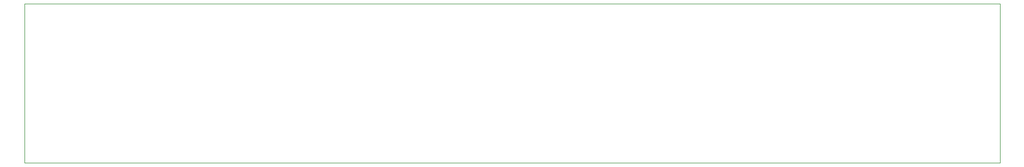
<source format=gm1>
G04*
G04 #@! TF.GenerationSoftware,Altium Limited,Altium Designer,19.0.14 (431)*
G04*
G04 Layer_Color=16711935*
%FSLAX44Y44*%
%MOMM*%
G71*
G01*
G75*
%ADD151C,0.0000*%
D151*
X1549400D01*
Y254000D01*
X0D02*
X1549400D01*
X0Y0D02*
Y254000D01*
M02*

</source>
